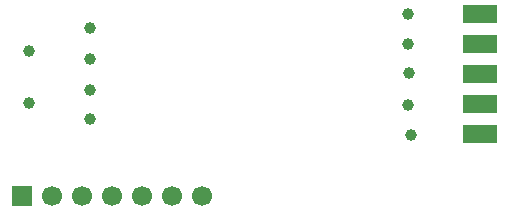
<source format=gbr>
%TF.GenerationSoftware,KiCad,Pcbnew,9.0.6*%
%TF.CreationDate,2025-12-15T15:35:09+00:00*%
%TF.ProjectId,_2 Blaster,a3322042-6c61-4737-9465-722e6b696361,rev?*%
%TF.SameCoordinates,Original*%
%TF.FileFunction,Soldermask,Bot*%
%TF.FilePolarity,Negative*%
%FSLAX46Y46*%
G04 Gerber Fmt 4.6, Leading zero omitted, Abs format (unit mm)*
G04 Created by KiCad (PCBNEW 9.0.6) date 2025-12-15 15:35:09*
%MOMM*%
%LPD*%
G01*
G04 APERTURE LIST*
%ADD10R,3.000000X1.524000*%
%ADD11C,1.000000*%
%ADD12R,1.700000X1.700000*%
%ADD13C,1.700000*%
G04 APERTURE END LIST*
D10*
%TO.C,JTAG1*%
X131667250Y-89601675D03*
X131667250Y-92141675D03*
X131667250Y-94681675D03*
X131667250Y-97221675D03*
X131667250Y-99761675D03*
%TD*%
D11*
%TO.C,J2*%
X93477025Y-92697575D03*
X93477025Y-97097575D03*
%TD*%
D12*
%TO.C,J1*%
X92916375Y-105000000D03*
D13*
X95456375Y-105000000D03*
X97996375Y-105000000D03*
X100536375Y-105000000D03*
X103076375Y-105000000D03*
X105616375Y-105000000D03*
X108156375Y-105000000D03*
%TD*%
D11*
%TO.C,TP7*%
X125700000Y-94600000D03*
%TD*%
%TO.C,TP8*%
X125600000Y-97300000D03*
%TD*%
%TO.C,TP2*%
X98700000Y-93400000D03*
%TD*%
%TO.C,TP1*%
X98700000Y-90800000D03*
%TD*%
%TO.C,TP4*%
X98700000Y-98500000D03*
%TD*%
%TO.C,TP5*%
X125600000Y-89600000D03*
%TD*%
%TO.C,TP9*%
X125800000Y-99800000D03*
%TD*%
%TO.C,TP3*%
X98700000Y-96000000D03*
%TD*%
%TO.C,TP6*%
X125600000Y-92100000D03*
%TD*%
M02*

</source>
